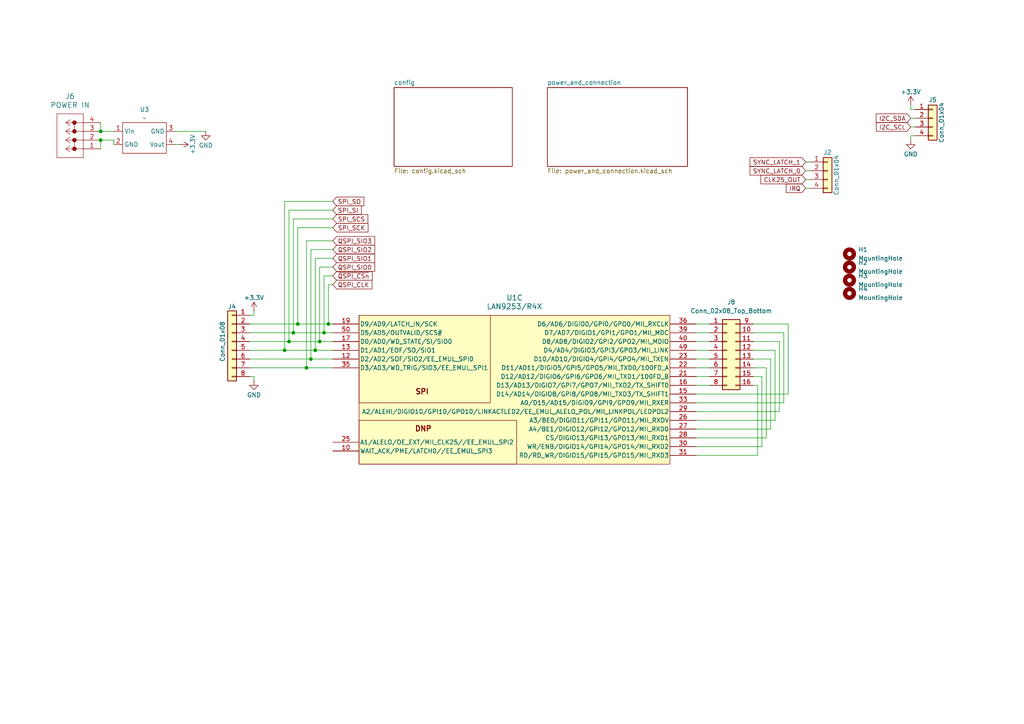
<source format=kicad_sch>
(kicad_sch (version 20231120) (generator "eeschema") (generator_version "8.0")
  (paper "A4")
  (lib_symbols
    (symbol "370_DCDC_Module:arnie4833"
      (property "Reference" "U" (at -5.588 6.35 0))
      (symbol "arnie4833_0_1"
        (rectangle (start -6.35 5.08) (end 6.35 -3.81))
      )
      (symbol "arnie4833_1_1"
        (pin power_in line (at -8.89 2.54 0) (length 2.54) (name "Vin") (number "1"))
        (pin power_in line (at -8.89 -1.27 0) (length 2.54) (name "GND") (number "2"))
        (pin power_out line (at 8.89 2.54 180) (length 2.54) (name "GND") (number "3"))
        (pin power_in line (at 8.89 -1.27 180) (length 2.54) (name "Vout") (number "4"))
      )
    )
    (symbol "470_specific_microchip:LAN9253_R4X" (pin_names (offset 0.254))
      (property "Reference" "U" (at -38.1 29.464 0))
      (property "Value" "LAN9253/R4X" (at -30.226 -31.242 0))
      (symbol "LAN9253_R4X_1_1"
        (rectangle (start -38.1 27.94) (end 38.1 -29.21) (fill (type background)))
        (polyline (pts (xy 0 -7.62) (xy 38.1 -7.62)))
        (polyline (pts (xy 38.1 13.97) (xy -38.1 13.97)))
        (polyline (pts (xy -38.1 -3.81) (xy 0 -3.81) (xy 0 13.97)))
        (polyline (pts (xy 0 -2.54) (xy 0 -29.21) (xy -38.1 -29.21)))
        (text "INT PORT1" (at 15.748 3.556 0) (effects (font (size 1.524 1.524) (thickness 0.3048) (bold yes))))
        (text "INT PORT2" (at 15.24 -19.05 0) (effects (font (size 1.524 1.524) (thickness 0.3048) (bold yes))))
        (text "OCS" (at -14.224 5.08 0) (effects (font (size 1.524 1.524) (thickness 0.3048) (bold yes))))
        (text "OTHER \nSIGNALS" (at -13.462 -12.954 0) (effects (font (size 1.524 1.524) (thickness 0.3048) (bold yes))))
        (text "POWER" (at -35.306 20.574 900) (effects (font (size 1.524 1.524) (thickness 0.3048) (bold yes))))
        (pin input line (at -45.72 7.62 0) (length 7.62) (name "OSCI") (number "1"))
        (pin bidirectional line (at -45.72 -15.24 0) (length 7.62) (name "RST#") (number "11"))
        (pin power_in line (at -5.08 35.56 270) (length 7.62) (name "VDDIO") (number "14"))
        (pin output line (at -45.72 3.81 0) (length 7.62) (name "OSCO") (number "2"))
        (pin power_in line (at -2.54 35.56 270) (length 7.62) (name "VDDIO") (number "20"))
        (pin power_in line (at 15.24 35.56 270) (length 7.62) (name "VDDCR") (number "24"))
        (pin power_in line (at -45.72 11.43 0) (length 7.62) (name "OSCVDD12") (number "3"))
        (pin power_in line (at 0 35.56 270) (length 7.62) (name "VDDIO") (number "32"))
        (pin power_in line (at 2.54 35.56 270) (length 7.62) (name "VDDIO") (number "37"))
        (pin power_in line (at 17.78 35.56 270) (length 7.62) (name "VDDCR") (number "38"))
        (pin power_out line (at -45.72 0 0) (length 7.62) (name "OSCVSS") (number "4"))
        (pin input line (at -45.72 -26.67 0) (length 7.62) (name "TESTMODE") (number "41"))
        (pin bidirectional line (at -45.72 -19.05 0) (length 7.62) (name "IRQ/LATCH1") (number "44"))
        (pin power_in line (at 5.08 35.56 270) (length 7.62) (name "VDDIO") (number "47"))
        (pin power_in line (at -12.7 35.56 270) (length 7.62) (name "VDD33") (number "5"))
        (pin power_in line (at -30.48 35.56 270) (length 7.62) (name "VDD33TXRX1") (number "51"))
        (pin unspecified line (at 45.72 7.62 180) (length 7.62) (name "TNXA") (number "52"))
        (pin unspecified line (at 45.72 5.08 180) (length 7.62) (name "TXPA") (number "53"))
        (pin unspecified line (at 45.72 2.54 180) (length 7.62) (name "RXNA") (number "54"))
        (pin unspecified line (at 45.72 0 180) (length 7.62) (name "RXPA") (number "55"))
        (pin power_in line (at 25.4 35.56 270) (length 7.62) (name "VDD12TX1") (number "56"))
        (pin unspecified line (at -45.72 -11.43 0) (length 7.62) (name "RBIAS") (number "57"))
        (pin power_in line (at -20.32 35.56 270) (length 7.62) (name "VDD33BIAS") (number "58"))
        (pin power_in line (at 27.94 35.56 270) (length 7.62) (name "VDD12TX2") (number "59"))
        (pin power_in line (at 12.7 35.56 270) (length 7.62) (name "VDDCR") (number "6"))
        (pin unspecified line (at 45.72 -22.86 180) (length 7.62) (name "RXPB") (number "60"))
        (pin unspecified line (at 45.72 -20.32 180) (length 7.62) (name "RXNB") (number "61"))
        (pin unspecified line (at 45.72 -17.78 180) (length 7.62) (name "TXPB") (number "62"))
        (pin unspecified line (at 45.72 -15.24 180) (length 7.62) (name "TXNB") (number "63"))
        (pin power_in line (at -27.94 35.56 270) (length 7.62) (name "VDD33TXRX2") (number "64"))
        (pin power_out line (at 35.56 35.56 270) (length 7.62) (name "GND") (number "65"))
        (pin unspecified line (at -45.72 -7.62 0) (length 7.62) (name "REG_EN") (number "7"))
        (pin bidirectional line (at -45.72 -22.86 0) (length 7.62) (name "CLK_25/CLK_25_EN/XTAL_MODE") (number "8"))
      )
      (symbol "LAN9253_R4X_2_1"
        (rectangle (start -53.34 10.16) (end 50.8 -10.16) (fill (type background)))
        (polyline (pts (xy -53.34 0) (xy 50.8 0)))
        (polyline (pts (xy 0 10.16) (xy 0 -10.16)))
        (text "Clock Sync/Latch \n      (OUT/IN)" (at -12.7 5.08 0) (effects (font (size 1.524 1.524) (thickness 0.3048) (bold yes))))
        (text "I2C\nEEPROM" (at 20.32 -4.826 0) (effects (font (size 1.524 1.524) (thickness 0.3048) (bold yes))))
        (text "MODE" (at 5.334 3.556 0) (effects (font (size 1.524 1.524) (thickness 0.3048) (bold yes))))
        (text "Status" (at -10.414 -3.302 0) (effects (font (size 1.524 1.524) (thickness 0.3048) (bold yes))))
        (pin bidirectional line (at -60.96 7.62 0) (length 7.62) (name "SYNC1/LATCH1/PME") (number "18"))
        (pin bidirectional line (at -60.96 3.81 0) (length 7.62) (name "SYNC0/LATCH0/PME") (number "34"))
        (pin bidirectional line (at 58.42 -3.81 180) (length 7.62) (name "EESDA/TMS/EE_EMUL1") (number "42"))
        (pin bidirectional line (at 58.42 -7.62 180) (length 7.62) (name "EESCL/TCK/EE_EMUL2") (number "43"))
        (pin bidirectional line (at -60.96 -7.62 0) (length 7.62) (name "RUNLED/STATE_RUNLED/E2PSIZE/EE_EMUL0/LEDPOL3") (number "45"))
        (pin bidirectional line (at 58.42 3.81 180) (length 7.62) (name "LINKACTLED1/TDI/CHIP_MODE1/LEDPOL1") (number "46"))
        (pin bidirectional line (at 58.42 7.62 180) (length 7.62) (name "LINKACTLED0/TDO/CHIP_MODE0/100FD_A/LEDPOL0") (number "48"))
        (pin bidirectional line (at -60.96 -3.81 0) (length 7.62) (name "ERRLED/PME/100FD_B/LEDPOL4") (number "9"))
      )
      (symbol "LAN9253_R4X_3_1"
        (rectangle (start -45.72 -11.43) (end 0 -24.13))
        (rectangle (start -45.72 19.05) (end 44.45 -24.13) (fill (type background)))
        (rectangle (start -7.62 19.05) (end -45.72 -6.35))
        (text "DNP" (at -27.0897 -13.8086 0) (effects (font (size 1.524 1.524) (thickness 0.3048) (bold yes))))
        (text "SPI" (at -27.432 -3.048 0) (effects (font (size 1.524 1.524) (thickness 0.3048) (bold yes))))
        (pin bidirectional line (at -53.34 -20.32 0) (length 7.62) (name "WAIT_ACK/PME/LATCH0//EE_EMUL_SPI3") (number "10"))
        (pin bidirectional line (at -53.34 6.35 0) (length 7.62) (name "D2/AD2/SOF/SIO2/EE_EMUL_SPI0") (number "12"))
        (pin bidirectional line (at -53.34 8.89 0) (length 7.62) (name "D1/AD1/EOF/SO/SIO1") (number "13"))
        (pin bidirectional line (at 52.07 -3.81 180) (length 7.62) (name "D14/AD14/DIGIO8/GPI8/GPO8/MII_TXD3/TX_SHIFT1") (number "15"))
        (pin bidirectional line (at 52.07 -1.27 180) (length 7.62) (name "D13/AD13/DIGIO7/GPI7/GPO7/MII_TXD2/TX_SHIFT0") (number "16"))
        (pin bidirectional line (at -53.34 11.43 0) (length 7.62) (name "D0/AD0/WD_STATE/SI/SIO0") (number "17"))
        (pin bidirectional line (at -53.34 16.51 0) (length 7.62) (name "D9/AD9/LATCH_IN/SCK") (number "19"))
        (pin bidirectional line (at 52.07 1.27 180) (length 7.62) (name "D12/AD12/DIGIO6/GPI6/GPO6/MII_TXD1/100FD_B") (number "21"))
        (pin bidirectional line (at 52.07 3.81 180) (length 7.62) (name "D11/AD11/DIGIO5/GPI5/GPO5/MII_TXD0/100FD_A") (number "22"))
        (pin bidirectional line (at 52.07 6.35 180) (length 7.62) (name "D10/AD10/DIGIO4/GPI4/GPO4/MII_TXEN") (number "23"))
        (pin bidirectional line (at -53.34 -17.78 0) (length 7.62) (name "A1/ALELO/OE_EXT/MII_CLK25//EE_EMUL_SPI2") (number "25"))
        (pin bidirectional line (at 52.07 -11.43 180) (length 7.62) (name "A3/BE0/DIGIO11/GPI11/GPO11/MII_RXDV") (number "26"))
        (pin bidirectional line (at 52.07 -13.97 180) (length 7.62) (name "A4/BE1/DIGIO12/GPI12/GPO12/MII_RXD0") (number "27"))
        (pin bidirectional line (at 52.07 -16.51 180) (length 7.62) (name "CS/DIGIO13/GPI13/GPO13/MII_RXD1") (number "28"))
        (pin bidirectional line (at 52.07 -8.89 180) (length 7.62) (name "A2/ALEHI/DIGIO10/GPI10/GPO10/LINKACTLED2/EE_EMUL_ALELO_POL/MII_LINKPOL/LEDPOL2") (number "29"))
        (pin bidirectional line (at 52.07 -19.05 180) (length 7.62) (name "WR/ENB/DIGIO14/GPI14/GPO14/MII_RXD2") (number "30"))
        (pin bidirectional line (at 52.07 -21.59 180) (length 7.62) (name "RD/RD_WR/DIGIO15/GPI15/GPO15/MII_RXD3") (number "31"))
        (pin bidirectional line (at 52.07 -6.35 180) (length 7.62) (name "A0/D15/AD15/DIGIO9/GPI9/GPO9/MII_RXER") (number "33"))
        (pin bidirectional line (at -53.34 3.81 0) (length 7.62) (name "D3/AD3/WD_TRIG/SIO3/EE_EMUL_SPI1") (number "35"))
        (pin bidirectional line (at 52.07 16.51 180) (length 7.62) (name "D6/AD6/DIGIO0/GPI0/GPO0/MII_RXCLK") (number "36"))
        (pin bidirectional line (at 52.07 13.97 180) (length 7.62) (name "D7/AD7/DIGIO1/GPI1/GPO1/MII_MDC") (number "39"))
        (pin bidirectional line (at 52.07 11.43 180) (length 7.62) (name "D8/AD8/DIGIO2/GPI2/GPO2/MII_MDIO") (number "40"))
        (pin bidirectional line (at 52.07 8.89 180) (length 7.62) (name "D4/AD4/DIGIO3/GPI3/GPO3/MII_LINK") (number "49"))
        (pin bidirectional line (at -53.34 13.97 0) (length 7.62) (name "D5/AD5/OUTVALID/SCS#") (number "50"))
      )
    )
    (symbol "810_Cable_To_Board:wago_2060-1452-998-404" (pin_names (offset 0.254))
      (property "Reference" "J" (at -4.826 3.81 0))
      (property "Value" "2060-452/998-404" (at 8.128 3.81 0))
      (symbol "wago_2060-1452-998-404_1_1"
        (polyline (pts (xy 5.08 -10.16) (xy 12.7 -10.16)) (stroke (width 0.127)))
        (polyline (pts (xy 5.08 2.54) (xy 5.08 -10.16)) (stroke (width 0.127)))
        (polyline (pts (xy 7.62 -5.08) (xy 7.62 -7.62)) (stroke (width 0.127)))
        (polyline (pts (xy 7.62 0) (xy 7.62 -2.54)) (stroke (width 0.127)))
        (polyline (pts (xy 10.16 -7.62) (xy 5.08 -7.62)) (stroke (width 0.127)))
        (polyline (pts (xy 10.16 -7.62) (xy 8.89 -8.4667)) (stroke (width 0.127)))
        (polyline (pts (xy 10.16 -7.62) (xy 8.89 -6.7733)) (stroke (width 0.127)))
        (polyline (pts (xy 10.16 -5.08) (xy 5.08 -5.08)) (stroke (width 0.127)))
        (polyline (pts (xy 10.16 -5.08) (xy 8.89 -5.9267)) (stroke (width 0.127)))
        (polyline (pts (xy 10.16 -5.08) (xy 8.89 -4.2333)) (stroke (width 0.127)))
        (polyline (pts (xy 10.16 -2.54) (xy 5.08 -2.54)) (stroke (width 0.127)))
        (polyline (pts (xy 10.16 -2.54) (xy 8.89 -3.3867)) (stroke (width 0.127)))
        (polyline (pts (xy 10.16 -2.54) (xy 8.89 -1.6933)) (stroke (width 0.127)))
        (polyline (pts (xy 10.16 0) (xy 5.08 0)) (stroke (width 0.127)))
        (polyline (pts (xy 10.16 0) (xy 8.89 -0.8467)) (stroke (width 0.127)))
        (polyline (pts (xy 10.16 0) (xy 8.89 0.8467)) (stroke (width 0.127)))
        (polyline (pts (xy 12.7 -10.16) (xy 12.7 2.54)) (stroke (width 0.127)))
        (polyline (pts (xy 12.7 2.54) (xy 5.08 2.54)) (stroke (width 0.127)))
        (circle (center 7.62 -7.62) (radius 0.127) (stroke (width 0.508)))
        (circle (center 7.62 -5.08) (radius 0.127) (stroke (width 0.508)))
        (circle (center 7.62 -2.54) (radius 0.127) (stroke (width 0.508)))
        (circle (center 7.62 0) (radius 0.127) (stroke (width 0.508)))
        (pin unspecified line (at 0 0 0) (length 5.08) (name "") (number "1"))
        (pin unspecified line (at 0 -2.54 0) (length 5.08) (name "") (number "2"))
        (pin unspecified line (at 0 -5.08 0) (length 5.08) (name "") (number "3"))
        (pin unspecified line (at 0 -7.62 0) (length 5.08) (name "") (number "4"))
      )
      (symbol "wago_2060-1452-998-404_1_2"
        (polyline (pts (xy 5.08 -10.16) (xy 12.7 -10.16)) (stroke (width 0.127)))
        (polyline (pts (xy 5.08 2.54) (xy 5.08 -10.16)) (stroke (width 0.127)))
        (polyline (pts (xy 7.62 -5.08) (xy 7.62 -7.62)) (stroke (width 0.127)))
        (polyline (pts (xy 7.62 0) (xy 7.62 -2.54)) (stroke (width 0.127)))
        (polyline (pts (xy 10.16 -7.62) (xy 5.08 -7.62)) (stroke (width 0.127)))
        (polyline (pts (xy 10.16 -7.62) (xy 8.89 -8.4667)) (stroke (width 0.127)))
        (polyline (pts (xy 10.16 -7.62) (xy 8.89 -6.7733)) (stroke (width 0.127)))
        (polyline (pts (xy 10.16 -5.08) (xy 5.08 -5.08)) (stroke (width 0.127)))
        (polyline (pts (xy 10.16 -5.08) (xy 8.89 -5.9267)) (stroke (width 0.127)))
        (polyline (pts (xy 10.16 -5.08) (xy 8.89 -4.2333)) (stroke (width 0.127)))
        (polyline (pts (xy 10.16 -2.54) (xy 5.08 -2.54)) (stroke (width 0.127)))
        (polyline (pts (xy 10.16 -2.54) (xy 8.89 -3.3867)) (stroke (width 0.127)))
        (polyline (pts (xy 10.16 -2.54) (xy 8.89 -1.6933)) (stroke (width 0.127)))
        (polyline (pts (xy 10.16 0) (xy 5.08 0)) (stroke (width 0.127)))
        (polyline (pts (xy 10.16 0) (xy 8.89 -0.8467)) (stroke (width 0.127)))
        (polyline (pts (xy 10.16 0) (xy 8.89 0.8467)) (stroke (width 0.127)))
        (polyline (pts (xy 12.7 -10.16) (xy 12.7 2.54)) (stroke (width 0.127)))
        (polyline (pts (xy 12.7 2.54) (xy 5.08 2.54)) (stroke (width 0.127)))
        (circle (center 7.62 -7.62) (radius 0.127) (stroke (width 0.508)))
        (circle (center 7.62 -5.08) (radius 0.127) (stroke (width 0.508)))
        (circle (center 7.62 -2.54) (radius 0.127) (stroke (width 0.508)))
        (circle (center 7.62 0) (radius 0.127) (stroke (width 0.508)))
        (pin unspecified line (at 0 0 0) (length 5.08) (name "1_1") (number "1"))
        (pin unspecified line (at 0 -2.54 0) (length 5.08) (name "1_2") (number "2"))
        (pin unspecified line (at 0 -5.08 0) (length 5.08) (name "2_1") (number "3"))
        (pin unspecified line (at 0 -7.62 0) (length 5.08) (name "2_2") (number "4"))
      )
    )
    (symbol "Connector_Generic:Conn_01x04" (pin_names (offset 1.016) hide)
      (property "Reference" "J" (at 0 5.08 0))
      (property "Value" "Conn_01x04" (at 0 -7.62 0))
      (symbol "Conn_01x04_1_1"
        (rectangle (start -1.27 -4.953) (end 0 -5.207) (stroke (width 0.1524)))
        (rectangle (start -1.27 -2.413) (end 0 -2.667) (stroke (width 0.1524)))
        (rectangle (start -1.27 0.127) (end 0 -0.127) (stroke (width 0.1524)))
        (rectangle (start -1.27 2.667) (end 0 2.413) (stroke (width 0.1524)))
        (rectangle (start -1.27 3.81) (end 1.27 -6.35) (stroke (width 0.254)) (fill (type background)))
        (pin passive line (at -5.08 2.54 0) (length 3.81) (name "Pin_1") (number "1"))
        (pin passive line (at -5.08 0 0) (length 3.81) (name "Pin_2") (number "2"))
        (pin passive line (at -5.08 -2.54 0) (length 3.81) (name "Pin_3") (number "3"))
        (pin passive line (at -5.08 -5.08 0) (length 3.81) (name "Pin_4") (number "4"))
      )
    )
    (symbol "Connector_Generic:Conn_01x08" (pin_names (offset 1.016) hide)
      (property "Reference" "J" (at 0 10.16 0))
      (property "Value" "Conn_01x08" (at 0 -12.7 0))
      (symbol "Conn_01x08_1_1"
        (rectangle (start -1.27 -10.033) (end 0 -10.287) (stroke (width 0.1524)))
        (rectangle (start -1.27 -7.493) (end 0 -7.747) (stroke (width 0.1524)))
        (rectangle (start -1.27 -4.953) (end 0 -5.207) (stroke (width 0.1524)))
        (rectangle (start -1.27 -2.413) (end 0 -2.667) (stroke (width 0.1524)))
        (rectangle (start -1.27 0.127) (end 0 -0.127) (stroke (width 0.1524)))
        (rectangle (start -1.27 2.667) (end 0 2.413) (stroke (width 0.1524)))
        (rectangle (start -1.27 5.207) (end 0 4.953) (stroke (width 0.1524)))
        (rectangle (start -1.27 7.747) (end 0 7.493) (stroke (width 0.1524)))
        (rectangle (start -1.27 8.89) (end 1.27 -11.43) (stroke (width 0.254)) (fill (type background)))
        (pin passive line (at -5.08 7.62 0) (length 3.81) (name "Pin_1") (number "1"))
        (pin passive line (at -5.08 5.08 0) (length 3.81) (name "Pin_2") (number "2"))
        (pin passive line (at -5.08 2.54 0) (length 3.81) (name "Pin_3") (number "3"))
        (pin passive line (at -5.08 0 0) (length 3.81) (name "Pin_4") (number "4"))
        (pin passive line (at -5.08 -2.54 0) (length 3.81) (name "Pin_5") (number "5"))
        (pin passive line (at -5.08 -5.08 0) (length 3.81) (name "Pin_6") (number "6"))
        (pin passive line (at -5.08 -7.62 0) (length 3.81) (name "Pin_7") (number "7"))
        (pin passive line (at -5.08 -10.16 0) (length 3.81) (name "Pin_8") (number "8"))
      )
    )
    (symbol "Connector_Generic:Conn_02x08_Top_Bottom" (pin_names (offset 1.016) hide)
      (property "Reference" "J" (at 1.27 10.16 0))
      (property "Value" "Conn_02x08_Top_Bottom" (at 1.27 -12.7 0))
      (symbol "Conn_02x08_Top_Bottom_1_1"
        (rectangle (start -1.27 -10.033) (end 0 -10.287) (stroke (width 0.1524)))
        (rectangle (start -1.27 -7.493) (end 0 -7.747) (stroke (width 0.1524)))
        (rectangle (start -1.27 -4.953) (end 0 -5.207) (stroke (width 0.1524)))
        (rectangle (start -1.27 -2.413) (end 0 -2.667) (stroke (width 0.1524)))
        (rectangle (start -1.27 0.127) (end 0 -0.127) (stroke (width 0.1524)))
        (rectangle (start -1.27 2.667) (end 0 2.413) (stroke (width 0.1524)))
        (rectangle (start -1.27 5.207) (end 0 4.953) (stroke (width 0.1524)))
        (rectangle (start -1.27 7.747) (end 0 7.493) (stroke (width 0.1524)))
        (rectangle (start -1.27 8.89) (end 3.81 -11.43) (stroke (width 0.254)) (fill (type background)))
        (rectangle (start 3.81 -10.033) (end 2.54 -10.287) (stroke (width 0.1524)))
        (rectangle (start 3.81 -7.493) (end 2.54 -7.747) (stroke (width 0.1524)))
        (rectangle (start 3.81 -4.953) (end 2.54 -5.207) (stroke (width 0.1524)))
        (rectangle (start 3.81 -2.413) (end 2.54 -2.667) (stroke (width 0.1524)))
        (rectangle (start 3.81 0.127) (end 2.54 -0.127) (stroke (width 0.1524)))
        (rectangle (start 3.81 2.667) (end 2.54 2.413) (stroke (width 0.1524)))
        (rectangle (start 3.81 5.207) (end 2.54 4.953) (stroke (width 0.1524)))
        (rectangle (start 3.81 7.747) (end 2.54 7.493) (stroke (width 0.1524)))
        (pin passive line (at -5.08 7.62 0) (length 3.81) (name "Pin_1") (number "1"))
        (pin passive line (at 7.62 5.08 180) (length 3.81) (name "Pin_10") (number "10"))
        (pin passive line (at 7.62 2.54 180) (length 3.81) (name "Pin_11") (number "11"))
        (pin passive line (at 7.62 0 180) (length 3.81) (name "Pin_12") (number "12"))
        (pin passive line (at 7.62 -2.54 180) (length 3.81) (name "Pin_13") (number "13"))
        (pin passive line (at 7.62 -5.08 180) (length 3.81) (name "Pin_14") (number "14"))
        (pin passive line (at 7.62 -7.62 180) (length 3.81) (name "Pin_15") (number "15"))
        (pin passive line (at 7.62 -10.16 180) (length 3.81) (name "Pin_16") (number "16"))
        (pin passive line (at -5.08 5.08 0) (length 3.81) (name "Pin_2") (number "2"))
        (pin passive line (at -5.08 2.54 0) (length 3.81) (name "Pin_3") (number "3"))
        (pin passive line (at -5.08 0 0) (length 3.81) (name "Pin_4") (number "4"))
        (pin passive line (at -5.08 -2.54 0) (length 3.81) (name "Pin_5") (number "5"))
        (pin passive line (at -5.08 -5.08 0) (length 3.81) (name "Pin_6") (number "6"))
        (pin passive line (at -5.08 -7.62 0) (length 3.81) (name "Pin_7") (number "7"))
        (pin passive line (at -5.08 -10.16 0) (length 3.81) (name "Pin_8") (number "8"))
        (pin passive line (at 7.62 7.62 180) (length 3.81) (name "Pin_9") (number "9"))
      )
    )
    (symbol "Mechanical:MountingHole" (pin_names (offset 1.016)) (exclude_from_sim yes) (in_bom no)
      (property "Reference" "H" (at 0 5.08 0))
      (property "Value" "MountingHole" (at 0 3.175 0))
      (symbol "MountingHole_0_1"
        (circle (center 0 0) (radius 1.27) (stroke (width 1.27)))
      )
    )
    (symbol "power:+3.3V" (power) (pin_numbers hide) (pin_names (offset 0) hide)
      (property "Value" "+3.3V" (at 0 3.556 0))
      (symbol "+3.3V_0_1"
        (polyline (pts (xy -0.762 1.27) (xy 0 2.54)))
        (polyline (pts (xy 0 0) (xy 0 2.54)))
        (polyline (pts (xy 0 2.54) (xy 0.762 1.27)))
      )
      (symbol "+3.3V_1_1"
        (pin power_in line (at 0 0 90) (length 0) (name "~") (number "1"))
      )
    )
    (symbol "power:GND" (power) (pin_numbers hide) (pin_names (offset 0) hide)
      (property "Value" "GND" (at 0 -3.81 0))
      (symbol "GND_0_1"
        (polyline (pts (xy 0 0) (xy 0 -1.27) (xy 1.27 -1.27) (xy 0 -2.54) (xy -1.27 -1.27) (xy 0 -1.27)))
      )
      (symbol "GND_1_1"
        (pin power_in line (at 0 0 270) (length 0) (name "~") (number "1"))
      )
    )
  )
  (junction (at 93.98 96.52))
  (junction (at 83.82 99.06))
  (junction (at 29.21 38.1))
  (junction (at 90.17 104.14))
  (junction (at 95.25 93.98))
  (junction (at 85.09 96.52))
  (junction (at 88.9 106.68))
  (junction (at 29.21 40.64))
  (junction (at 92.71 99.06))
  (junction (at 86.36 93.98))
  (junction (at 82.55 101.6))
  (junction (at 91.44 101.6))
  (wire (pts (xy 91.44 101.6) (xy 96.52 101.6)))
  (wire (pts (xy 226.06 119.38) (xy 226.06 99.06)))
  (wire (pts (xy 201.93 109.22) (xy 205.74 109.22)))
  (wire (pts (xy 85.09 63.5) (xy 96.52 63.5)))
  (wire (pts (xy 88.9 106.68) (xy 88.9 69.85)))
  (wire (pts (xy 91.44 74.93) (xy 96.52 74.93)))
  (wire (pts (xy 219.71 111.76) (xy 218.44 111.76)))
  (wire (pts (xy 226.06 99.06) (xy 218.44 99.06)))
  (wire (pts (xy 264.16 39.37) (xy 265.43 39.37)))
  (wire (pts (xy 265.43 34.29) (xy 264.16 34.29)))
  (wire (pts (xy 220.98 109.22) (xy 218.44 109.22)))
  (wire (pts (xy 82.55 58.42) (xy 96.52 58.42)))
  (wire (pts (xy 50.8 41.91) (xy 52.07 41.91)))
  (wire (pts (xy 88.9 106.68) (xy 96.52 106.68)))
  (wire (pts (xy 222.25 127) (xy 222.25 106.68)))
  (wire (pts (xy 90.17 104.14) (xy 96.52 104.14)))
  (wire (pts (xy 73.66 109.22) (xy 72.39 109.22)))
  (wire (pts (xy 220.98 129.54) (xy 220.98 109.22)))
  (wire (pts (xy 201.93 106.68) (xy 205.74 106.68)))
  (wire (pts (xy 201.93 111.76) (xy 205.74 111.76)))
  (wire (pts (xy 29.21 40.64) (xy 33.02 40.64)))
  (wire (pts (xy 93.98 80.01) (xy 96.52 80.01)))
  (wire (pts (xy 265.43 36.83) (xy 264.16 36.83)))
  (wire (pts (xy 72.39 104.14) (xy 90.17 104.14)))
  (wire (pts (xy 218.44 93.98) (xy 228.6 93.98)))
  (wire (pts (xy 29.21 38.1) (xy 33.02 38.1)))
  (wire (pts (xy 33.02 40.64) (xy 33.02 41.91)))
  (wire (pts (xy 72.39 91.44) (xy 73.66 91.44)))
  (wire (pts (xy 72.39 101.6) (xy 82.55 101.6)))
  (wire (pts (xy 95.25 82.55) (xy 96.52 82.55)))
  (wire (pts (xy 233.68 54.61) (xy 234.95 54.61)))
  (wire (pts (xy 85.09 96.52) (xy 85.09 63.5)))
  (wire (pts (xy 224.79 101.6) (xy 218.44 101.6)))
  (wire (pts (xy 73.66 91.44) (xy 73.66 90.17)))
  (wire (pts (xy 90.17 72.39) (xy 96.52 72.39)))
  (wire (pts (xy 29.21 35.56) (xy 29.21 38.1)))
  (wire (pts (xy 224.79 121.92) (xy 224.79 101.6)))
  (wire (pts (xy 86.36 93.98) (xy 86.36 66.04)))
  (wire (pts (xy 201.93 96.52) (xy 205.74 96.52)))
  (wire (pts (xy 83.82 60.96) (xy 96.52 60.96)))
  (wire (pts (xy 92.71 77.47) (xy 96.52 77.47)))
  (wire (pts (xy 233.68 49.53) (xy 234.95 49.53)))
  (wire (pts (xy 201.93 101.6) (xy 205.74 101.6)))
  (wire (pts (xy 233.68 46.99) (xy 234.95 46.99)))
  (wire (pts (xy 223.52 124.46) (xy 223.52 104.14)))
  (wire (pts (xy 83.82 99.06) (xy 92.71 99.06)))
  (wire (pts (xy 72.39 96.52) (xy 85.09 96.52)))
  (wire (pts (xy 233.68 52.07) (xy 234.95 52.07)))
  (wire (pts (xy 29.21 40.64) (xy 29.21 43.18)))
  (wire (pts (xy 93.98 96.52) (xy 96.52 96.52)))
  (wire (pts (xy 72.39 106.68) (xy 88.9 106.68)))
  (wire (pts (xy 50.8 38.1) (xy 59.69 38.1)))
  (wire (pts (xy 201.93 127) (xy 222.25 127)))
  (wire (pts (xy 73.66 109.22) (xy 73.66 110.49)))
  (wire (pts (xy 264.16 39.37) (xy 264.16 40.64)))
  (wire (pts (xy 92.71 99.06) (xy 96.52 99.06)))
  (wire (pts (xy 72.39 93.98) (xy 86.36 93.98)))
  (wire (pts (xy 223.52 104.14) (xy 218.44 104.14)))
  (wire (pts (xy 227.33 116.84) (xy 227.33 96.52)))
  (wire (pts (xy 93.98 96.52) (xy 93.98 80.01)))
  (wire (pts (xy 219.71 132.08) (xy 219.71 111.76)))
  (wire (pts (xy 82.55 101.6) (xy 82.55 58.42)))
  (wire (pts (xy 95.25 93.98) (xy 96.52 93.98)))
  (wire (pts (xy 86.36 93.98) (xy 95.25 93.98)))
  (wire (pts (xy 85.09 96.52) (xy 93.98 96.52)))
  (wire (pts (xy 228.6 114.3) (xy 228.6 93.98)))
  (wire (pts (xy 227.33 96.52) (xy 218.44 96.52)))
  (wire (pts (xy 201.93 93.98) (xy 205.74 93.98)))
  (wire (pts (xy 92.71 99.06) (xy 92.71 77.47)))
  (wire (pts (xy 264.16 31.75) (xy 264.16 30.48)))
  (wire (pts (xy 90.17 104.14) (xy 90.17 72.39)))
  (wire (pts (xy 95.25 93.98) (xy 95.25 82.55)))
  (wire (pts (xy 265.43 31.75) (xy 264.16 31.75)))
  (wire (pts (xy 201.93 114.3) (xy 228.6 114.3)))
  (wire (pts (xy 82.55 101.6) (xy 91.44 101.6)))
  (wire (pts (xy 201.93 116.84) (xy 227.33 116.84)))
  (wire (pts (xy 86.36 66.04) (xy 96.52 66.04)))
  (wire (pts (xy 222.25 106.68) (xy 218.44 106.68)))
  (wire (pts (xy 91.44 101.6) (xy 91.44 74.93)))
  (wire (pts (xy 83.82 99.06) (xy 83.82 60.96)))
  (wire (pts (xy 201.93 129.54) (xy 220.98 129.54)))
  (wire (pts (xy 201.93 99.06) (xy 205.74 99.06)))
  (wire (pts (xy 201.93 119.38) (xy 226.06 119.38)))
  (wire (pts (xy 201.93 124.46) (xy 223.52 124.46)))
  (wire (pts (xy 201.93 132.08) (xy 219.71 132.08)))
  (wire (pts (xy 201.93 104.14) (xy 205.74 104.14)))
  (wire (pts (xy 72.39 99.06) (xy 83.82 99.06)))
  (wire (pts (xy 88.9 69.85) (xy 96.52 69.85)))
  (wire (pts (xy 201.93 121.92) (xy 224.79 121.92)))
  (global_label "I2C_SDA" (shape input) (at 264.16 34.29 180) (property "Intersheetrefs" "${INTERSHEET_REFS}" (effects (hide yes))))
  (global_label "QSPI_SIO2" (shape input) (at 96.52 72.39 0) (property "Intersheetrefs" "${INTERSHEET_REFS}" (effects (hide yes))))
  (global_label "QSPI_SIO0" (shape input) (at 96.52 77.47 0) (property "Intersheetrefs" "${INTERSHEET_REFS}" (effects (hide yes))))
  (global_label "SPI_SCK" (shape input) (at 96.52 66.04 0) (property "Intersheetrefs" "${INTERSHEET_REFS}" (effects (hide yes))))
  (global_label "CLK25_OUT" (shape input) (at 233.68 52.07 180) (property "Intersheetrefs" "${INTERSHEET_REFS}" (effects (hide yes))))
  (global_label "IRQ" (shape input) (at 233.68 54.61 180) (property "Intersheetrefs" "${INTERSHEET_REFS}" (effects (hide yes))))
  (global_label "QSPI_SIO3" (shape input) (at 96.52 69.85 0) (property "Intersheetrefs" "${INTERSHEET_REFS}" (effects (hide yes))))
  (global_label "SYNC_LATCH_1" (shape input) (at 233.68 46.99 180) (property "Intersheetrefs" "${INTERSHEET_REFS}" (effects (hide yes))))
  (global_label "QSPI_CLK" (shape input) (at 96.52 82.55 0) (property "Intersheetrefs" "${INTERSHEET_REFS}" (effects (hide yes))))
  (global_label "I2C_SCL" (shape input) (at 264.16 36.83 180) (property "Intersheetrefs" "${INTERSHEET_REFS}" (effects (hide yes))))
  (global_label "SPI_SI" (shape input) (at 96.52 60.96 0) (property "Intersheetrefs" "${INTERSHEET_REFS}" (effects (hide yes))))
  (global_label "SYNC_LATCH_0" (shape input) (at 233.68 49.53 180) (property "Intersheetrefs" "${INTERSHEET_REFS}" (effects (hide yes))))
  (global_label "SPI_SCS" (shape input) (at 96.52 63.5 0) (property "Intersheetrefs" "${INTERSHEET_REFS}" (effects (hide yes))))
  (global_label "SPI_SO" (shape input) (at 96.52 58.42 0) (property "Intersheetrefs" "${INTERSHEET_REFS}" (effects (hide yes))))
  (global_label "QSPI_SIO1" (shape input) (at 96.52 74.93 0) (property "Intersheetrefs" "${INTERSHEET_REFS}" (effects (hide yes))))
  (global_label "~{QSPI_CSn}" (shape input) (at 96.52 80.01 0) (property "Intersheetrefs" "${INTERSHEET_REFS}" (effects (hide yes))))
  (symbol (lib_id "Connector_Generic:Conn_01x04") (at 270.51 34.29 0) (unit 1)
    (property "Reference" "J5" (at 270.51 28.956 0))
    (property "Value" "Conn_01x04" (at 273.05 35.56 90))
    (property "Footprint" "Connector_PinHeader_2.54mm:PinHeader_1x04_P2.54mm_Vertical" (effects (hide yes)))
    (property "Description" "Generic connector, single row, 01x04, script generated (kicad-library-utils/schlib/autogen/connector/)" (effects (hide yes)))
  )
  (symbol (lib_id "Mechanical:MountingHole") (at 246.38 77.47 0) (unit 1) (exclude_from_sim yes) (in_bom no)
    (property "Reference" "H2" (at 248.92 76.1999 0) (effects (justify left)))
    (property "Value" "MountingHole" (at 248.92 78.7399 0) (effects (justify left)))
    (property "Footprint" "MountingHole:MountingHole_3.2mm_M3_DIN965" (effects (hide yes)))
    (property "Description" "Mounting Hole without connection" (effects (hide yes)))
  )
  (symbol (lib_id "Mechanical:MountingHole") (at 246.38 81.28 0) (unit 1) (exclude_from_sim yes) (in_bom no)
    (property "Reference" "H3" (at 248.92 80.0099 0) (effects (justify left)))
    (property "Value" "MountingHole" (at 248.92 82.5499 0) (effects (justify left)))
    (property "Footprint" "MountingHole:MountingHole_3.2mm_M3_DIN965" (effects (hide yes)))
    (property "Description" "Mounting Hole without connection" (effects (hide yes)))
  )
  (symbol (lib_id "power:+3.3V") (at 264.16 30.48 0) (mirror y) (unit 1)
    (property "Reference" "#PWR040" (effects (hide yes)))
    (property "Value" "+3.3V" (at 264.16 26.67 0))
    (property "Description" "Power symbol creates a global label with name \"+3.3V\"" (effects (hide yes)))
  )
  (symbol (lib_id "power:+3.3V") (at 73.66 90.17 0) (unit 1)
    (property "Reference" "#PWR039" (effects (hide yes)))
    (property "Value" "+3.3V" (at 73.66 86.36 0))
    (property "Description" "Power symbol creates a global label with name \"+3.3V\"" (effects (hide yes)))
  )
  (symbol (lib_id "power:GND") (at 73.66 110.49 0) (unit 1)
    (property "Reference" "#PWR038" (effects (hide yes)))
    (property "Value" "GND" (at 73.66 114.554 0))
    (property "Description" "Power symbol creates a global label with name \"GND\" , ground" (effects (hide yes)))
  )
  (symbol (lib_id "Connector_Generic:Conn_02x08_Top_Bottom") (at 210.82 101.6 0) (unit 1)
    (property "Reference" "J8" (at 212.09 87.63 0))
    (property "Value" "Conn_02x08_Top_Bottom" (at 212.09 90.17 0))
    (property "Footprint" "Generic connector, double row, 02x08, odd/even pin numbering scheme (row 1 odd numbers, row 2 even numbers), script generated (kicad-library-utils/schlib/autogen/connector/)" (effects (hide yes)))
    (property "Description" "Generic connector, double row, 02x08, top/bottom pin numbering scheme (row 1: 1...pins_per_row, row2: pins_per_row+1 ... num_pins), script generated (kicad-library-utils/schlib/autogen/connector/)" (effects (hide yes)))
  )
  (symbol (lib_id "Connector_Generic:Conn_01x04") (at 240.03 49.53 0) (unit 1)
    (property "Reference" "J2" (at 240.03 44.196 0))
    (property "Value" "Conn_01x04" (at 242.57 50.8 90))
    (property "Footprint" "Connector_PinHeader_2.54mm:PinHeader_1x04_P2.54mm_Vertical" (effects (hide yes)))
    (property "Description" "Generic connector, single row, 01x04, script generated (kicad-library-utils/schlib/autogen/connector/)" (effects (hide yes)))
  )
  (symbol (lib_id "370_DCDC_Module:arnie4833") (at 41.91 40.64 0) (unit 1)
    (property "Reference" "U3" (at 41.91 31.75 0))
    (property "Value" "~" (at 41.91 34.29 0))
    (property "Footprint" "370_DCDC_Module:arnie4433" (effects (hide yes)))
  )
  (symbol (lib_id "810_Cable_To_Board:wago_2060-1452-998-404") (at 29.21 43.18 180) (unit 1)
    (property "Reference" "J6" (at 20.32 27.94 0) (effects (font (size 1.524 1.524))))
    (property "Value" "POWER IN" (at 20.32 30.48 0) (effects (font (size 1.524 1.524))))
    (property "Footprint" "810_connectors_clable_to_Board:wago_2060-1452-998-404" (effects (hide yes)))
    (property "Datasheet" "2060-1452/998-404" (effects (hide yes)))
    (property "Man" "Wago" (effects (hide yes)))
    (property "Man_No" "2060-1452/998-404" (effects (hide yes)))
    (property "Disti" "Digikey" (effects (hide yes)))
    (property "Disti_No" "2946-2060-1452/998-404CT-ND" (effects (hide yes)))
  )
  (symbol (lib_id "power:+3.3V") (at 52.07 41.91 270) (unit 1)
    (property "Reference" "#PWR043" (effects (hide yes)))
    (property "Value" "+3.3V" (at 55.88 41.91 0))
    (property "Description" "Power symbol creates a global label with name \"+3.3V\"" (effects (hide yes)))
  )
  (symbol (lib_id "Connector_Generic:Conn_01x08") (at 67.31 99.06 0) (mirror y) (unit 1)
    (property "Reference" "J4" (at 67.31 88.9 0))
    (property "Value" "Conn_01x08" (at 64.516 99.06 90))
    (property "Footprint" "Connector_PinHeader_2.54mm:PinHeader_1x08_P2.54mm_Vertical" (effects (hide yes)))
    (property "Description" "Generic connector, single row, 01x08, script generated (kicad-library-utils/schlib/autogen/connector/)" (effects (hide yes)))
  )
  (symbol (lib_id "power:GND") (at 264.16 40.64 0) (mirror y) (unit 1)
    (property "Reference" "#PWR041" (effects (hide yes)))
    (property "Value" "GND" (at 264.16 44.704 0))
    (property "Description" "Power symbol creates a global label with name \"GND\" , ground" (effects (hide yes)))
  )
  (symbol (lib_id "470_specific_microchip:LAN9253_R4X") (at 149.86 110.49 0) (unit 3)
    (property "Reference" "U1" (at 149.225 86.36 0) (effects (font (size 1.524 1.524))))
    (property "Value" "LAN9253/R4X" (at 149.225 88.9 0) (effects (font (size 1.524 1.524))))
    (property "Footprint" "Package_DFN_QFN:QFN-64-1EP_9x9mm_P0.5mm_EP6x6mm_ThermalVias" (effects (hide yes)))
    (property "Datasheet" "LAN9253/R4X" (effects (hide yes)))
  )
  (symbol (lib_id "Mechanical:MountingHole") (at 246.38 73.66 0) (unit 1) (exclude_from_sim yes) (in_bom no)
    (property "Reference" "H1" (at 248.92 72.3899 0) (effects (justify left)))
    (property "Value" "MountingHole" (at 248.92 74.9299 0) (effects (justify left)))
    (property "Footprint" "MountingHole:MountingHole_3.2mm_M3_DIN965" (effects (hide yes)))
    (property "Description" "Mounting Hole without connection" (effects (hide yes)))
  )
  (symbol (lib_id "Mechanical:MountingHole") (at 246.38 85.09 0) (unit 1) (exclude_from_sim yes) (in_bom no)
    (property "Reference" "H4" (at 248.92 83.8199 0) (effects (justify left)))
    (property "Value" "MountingHole" (at 248.92 86.3599 0) (effects (justify left)))
    (property "Footprint" "MountingHole:MountingHole_3.2mm_M3_DIN965" (effects (hide yes)))
    (property "Description" "Mounting Hole without connection" (effects (hide yes)))
  )
  (symbol (lib_id "power:GND") (at 59.69 38.1 0) (unit 1)
    (property "Reference" "#PWR044" (effects (hide yes)))
    (property "Value" "GND" (at 59.69 42.164 0))
    (property "Description" "Power symbol creates a global label with name \"GND\" , ground" (effects (hide yes)))
  )
  (sheet (at 114.3 25.4) (size 34.29 22.86) (stroke (width 0.1524))
    (property "Sheetname" "config" (at 114.3 24.6884 0) (effects (justify left bottom)))
    (property "Sheetfile" "config.kicad_sch" (at 114.3 48.8446 0) (effects (justify left top)))
  )
  (sheet (at 158.75 25.4) (size 40.64 22.86) (stroke (width 0.1524))
    (property "Sheetname" "power_and_connection" (at 158.75 24.6884 0) (effects (justify left bottom)))
    (property "Sheetfile" "power_and_connection.kicad_sch" (at 158.75 48.8446 0) (effects (justify left top)))
  )
)
</source>
